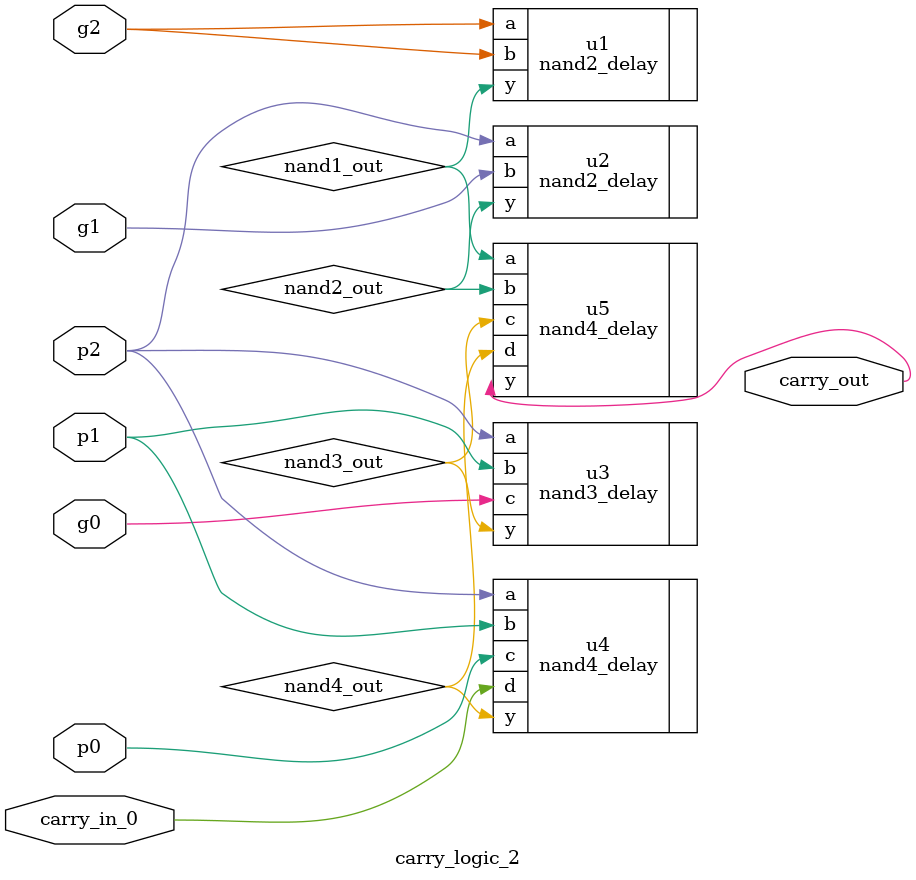
<source format=sv>
module carry_logic_2 (
	input logic g2,
	input logic p2,
	input logic g1,
	input logic p1,
    	input logic p0,
    	input logic g0,
    	input logic carry_in_0,
    	output logic carry_out
);

    	logic nand1_out;  
    	logic nand2_out;
	logic nand3_out;
	logic nand4_out;



nand2_delay u1 (
	.a(g2), 
	.b(g2), 
	.y(nand1_out)
	); 

nand2_delay u2 (
	.a(p2), 
	.b(g1), 
	.y(nand2_out)
	); 

nand3_delay u3 (
	.a(p2), 
	.b(p1), 
	.c(g0),
	.y(nand3_out)
	); 

nand4_delay u4(
	.a(p2),
	.b(p1),
	.c(p0),
	.d(carry_in_0),
	.y(nand4_out)
	);

nand4_delay u5 (
	.a(nand1_out), 
	.b(nand2_out), 
	.c(nand3_out),
	.d(nand4_out),
	.y(carry_out)
	); 

endmodule

</source>
